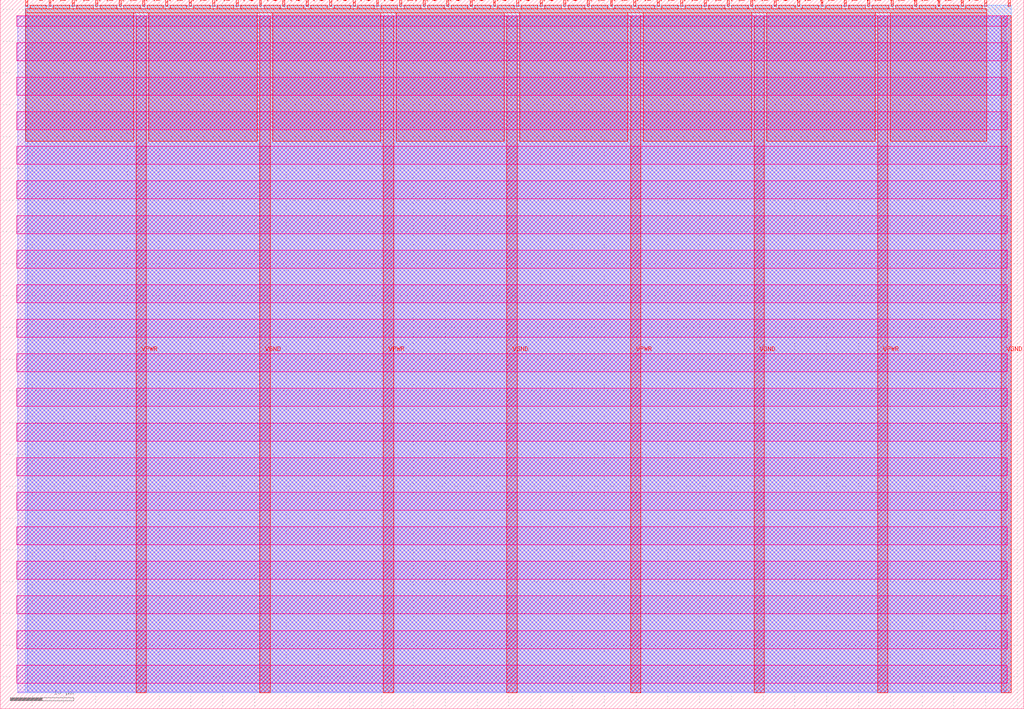
<source format=lef>
VERSION 5.7 ;
  NOWIREEXTENSIONATPIN ON ;
  DIVIDERCHAR "/" ;
  BUSBITCHARS "[]" ;
MACRO tt_um_pyamnihc_dummy_counter
  CLASS BLOCK ;
  FOREIGN tt_um_pyamnihc_dummy_counter ;
  ORIGIN 0.000 0.000 ;
  SIZE 161.000 BY 111.520 ;
  PIN VGND
    DIRECTION INOUT ;
    USE GROUND ;
    PORT
      LAYER met4 ;
        RECT 40.830 2.480 42.430 109.040 ;
    END
    PORT
      LAYER met4 ;
        RECT 79.700 2.480 81.300 109.040 ;
    END
    PORT
      LAYER met4 ;
        RECT 118.570 2.480 120.170 109.040 ;
    END
    PORT
      LAYER met4 ;
        RECT 157.440 2.480 159.040 109.040 ;
    END
  END VGND
  PIN VPWR
    DIRECTION INOUT ;
    USE POWER ;
    PORT
      LAYER met4 ;
        RECT 21.395 2.480 22.995 109.040 ;
    END
    PORT
      LAYER met4 ;
        RECT 60.265 2.480 61.865 109.040 ;
    END
    PORT
      LAYER met4 ;
        RECT 99.135 2.480 100.735 109.040 ;
    END
    PORT
      LAYER met4 ;
        RECT 138.005 2.480 139.605 109.040 ;
    END
  END VPWR
  PIN clk
    DIRECTION INPUT ;
    USE SIGNAL ;
    ANTENNAGATEAREA 0.852000 ;
    PORT
      LAYER met4 ;
        RECT 154.870 110.520 155.170 111.520 ;
    END
  END clk
  PIN ena
    DIRECTION INPUT ;
    USE SIGNAL ;
    PORT
      LAYER met4 ;
        RECT 158.550 110.520 158.850 111.520 ;
    END
  END ena
  PIN rst_n
    DIRECTION INPUT ;
    USE SIGNAL ;
    ANTENNAGATEAREA 0.126000 ;
    PORT
      LAYER met4 ;
        RECT 151.190 110.520 151.490 111.520 ;
    END
  END rst_n
  PIN ui_in[0]
    DIRECTION INPUT ;
    USE SIGNAL ;
    ANTENNAGATEAREA 0.196500 ;
    PORT
      LAYER met4 ;
        RECT 147.510 110.520 147.810 111.520 ;
    END
  END ui_in[0]
  PIN ui_in[1]
    DIRECTION INPUT ;
    USE SIGNAL ;
    ANTENNAGATEAREA 0.213000 ;
    PORT
      LAYER met4 ;
        RECT 143.830 110.520 144.130 111.520 ;
    END
  END ui_in[1]
  PIN ui_in[2]
    DIRECTION INPUT ;
    USE SIGNAL ;
    ANTENNAGATEAREA 0.196500 ;
    PORT
      LAYER met4 ;
        RECT 140.150 110.520 140.450 111.520 ;
    END
  END ui_in[2]
  PIN ui_in[3]
    DIRECTION INPUT ;
    USE SIGNAL ;
    ANTENNAGATEAREA 0.213000 ;
    PORT
      LAYER met4 ;
        RECT 136.470 110.520 136.770 111.520 ;
    END
  END ui_in[3]
  PIN ui_in[4]
    DIRECTION INPUT ;
    USE SIGNAL ;
    ANTENNAGATEAREA 0.126000 ;
    PORT
      LAYER met4 ;
        RECT 132.790 110.520 133.090 111.520 ;
    END
  END ui_in[4]
  PIN ui_in[5]
    DIRECTION INPUT ;
    USE SIGNAL ;
    ANTENNAGATEAREA 0.196500 ;
    PORT
      LAYER met4 ;
        RECT 129.110 110.520 129.410 111.520 ;
    END
  END ui_in[5]
  PIN ui_in[6]
    DIRECTION INPUT ;
    USE SIGNAL ;
    ANTENNAGATEAREA 0.213000 ;
    PORT
      LAYER met4 ;
        RECT 125.430 110.520 125.730 111.520 ;
    END
  END ui_in[6]
  PIN ui_in[7]
    DIRECTION INPUT ;
    USE SIGNAL ;
    ANTENNAGATEAREA 0.196500 ;
    PORT
      LAYER met4 ;
        RECT 121.750 110.520 122.050 111.520 ;
    END
  END ui_in[7]
  PIN uio_in[0]
    DIRECTION INPUT ;
    USE SIGNAL ;
    PORT
      LAYER met4 ;
        RECT 118.070 110.520 118.370 111.520 ;
    END
  END uio_in[0]
  PIN uio_in[1]
    DIRECTION INPUT ;
    USE SIGNAL ;
    PORT
      LAYER met4 ;
        RECT 114.390 110.520 114.690 111.520 ;
    END
  END uio_in[1]
  PIN uio_in[2]
    DIRECTION INPUT ;
    USE SIGNAL ;
    PORT
      LAYER met4 ;
        RECT 110.710 110.520 111.010 111.520 ;
    END
  END uio_in[2]
  PIN uio_in[3]
    DIRECTION INPUT ;
    USE SIGNAL ;
    PORT
      LAYER met4 ;
        RECT 107.030 110.520 107.330 111.520 ;
    END
  END uio_in[3]
  PIN uio_in[4]
    DIRECTION INPUT ;
    USE SIGNAL ;
    PORT
      LAYER met4 ;
        RECT 103.350 110.520 103.650 111.520 ;
    END
  END uio_in[4]
  PIN uio_in[5]
    DIRECTION INPUT ;
    USE SIGNAL ;
    PORT
      LAYER met4 ;
        RECT 99.670 110.520 99.970 111.520 ;
    END
  END uio_in[5]
  PIN uio_in[6]
    DIRECTION INPUT ;
    USE SIGNAL ;
    PORT
      LAYER met4 ;
        RECT 95.990 110.520 96.290 111.520 ;
    END
  END uio_in[6]
  PIN uio_in[7]
    DIRECTION INPUT ;
    USE SIGNAL ;
    PORT
      LAYER met4 ;
        RECT 92.310 110.520 92.610 111.520 ;
    END
  END uio_in[7]
  PIN uio_oe[0]
    DIRECTION OUTPUT TRISTATE ;
    USE SIGNAL ;
    PORT
      LAYER met4 ;
        RECT 29.750 110.520 30.050 111.520 ;
    END
  END uio_oe[0]
  PIN uio_oe[1]
    DIRECTION OUTPUT TRISTATE ;
    USE SIGNAL ;
    PORT
      LAYER met4 ;
        RECT 26.070 110.520 26.370 111.520 ;
    END
  END uio_oe[1]
  PIN uio_oe[2]
    DIRECTION OUTPUT TRISTATE ;
    USE SIGNAL ;
    PORT
      LAYER met4 ;
        RECT 22.390 110.520 22.690 111.520 ;
    END
  END uio_oe[2]
  PIN uio_oe[3]
    DIRECTION OUTPUT TRISTATE ;
    USE SIGNAL ;
    PORT
      LAYER met4 ;
        RECT 18.710 110.520 19.010 111.520 ;
    END
  END uio_oe[3]
  PIN uio_oe[4]
    DIRECTION OUTPUT TRISTATE ;
    USE SIGNAL ;
    PORT
      LAYER met4 ;
        RECT 15.030 110.520 15.330 111.520 ;
    END
  END uio_oe[4]
  PIN uio_oe[5]
    DIRECTION OUTPUT TRISTATE ;
    USE SIGNAL ;
    PORT
      LAYER met4 ;
        RECT 11.350 110.520 11.650 111.520 ;
    END
  END uio_oe[5]
  PIN uio_oe[6]
    DIRECTION OUTPUT TRISTATE ;
    USE SIGNAL ;
    PORT
      LAYER met4 ;
        RECT 7.670 110.520 7.970 111.520 ;
    END
  END uio_oe[6]
  PIN uio_oe[7]
    DIRECTION OUTPUT TRISTATE ;
    USE SIGNAL ;
    PORT
      LAYER met4 ;
        RECT 3.990 110.520 4.290 111.520 ;
    END
  END uio_oe[7]
  PIN uio_out[0]
    DIRECTION OUTPUT TRISTATE ;
    USE SIGNAL ;
    ANTENNADIFFAREA 0.891000 ;
    PORT
      LAYER met4 ;
        RECT 59.190 110.520 59.490 111.520 ;
    END
  END uio_out[0]
  PIN uio_out[1]
    DIRECTION OUTPUT TRISTATE ;
    USE SIGNAL ;
    ANTENNADIFFAREA 0.891000 ;
    PORT
      LAYER met4 ;
        RECT 55.510 110.520 55.810 111.520 ;
    END
  END uio_out[1]
  PIN uio_out[2]
    DIRECTION OUTPUT TRISTATE ;
    USE SIGNAL ;
    ANTENNADIFFAREA 0.891000 ;
    PORT
      LAYER met4 ;
        RECT 51.830 110.520 52.130 111.520 ;
    END
  END uio_out[2]
  PIN uio_out[3]
    DIRECTION OUTPUT TRISTATE ;
    USE SIGNAL ;
    ANTENNADIFFAREA 0.891000 ;
    PORT
      LAYER met4 ;
        RECT 48.150 110.520 48.450 111.520 ;
    END
  END uio_out[3]
  PIN uio_out[4]
    DIRECTION OUTPUT TRISTATE ;
    USE SIGNAL ;
    ANTENNADIFFAREA 0.891000 ;
    PORT
      LAYER met4 ;
        RECT 44.470 110.520 44.770 111.520 ;
    END
  END uio_out[4]
  PIN uio_out[5]
    DIRECTION OUTPUT TRISTATE ;
    USE SIGNAL ;
    ANTENNADIFFAREA 0.891000 ;
    PORT
      LAYER met4 ;
        RECT 40.790 110.520 41.090 111.520 ;
    END
  END uio_out[5]
  PIN uio_out[6]
    DIRECTION OUTPUT TRISTATE ;
    USE SIGNAL ;
    ANTENNADIFFAREA 0.891000 ;
    PORT
      LAYER met4 ;
        RECT 37.110 110.520 37.410 111.520 ;
    END
  END uio_out[6]
  PIN uio_out[7]
    DIRECTION OUTPUT TRISTATE ;
    USE SIGNAL ;
    ANTENNADIFFAREA 0.891000 ;
    PORT
      LAYER met4 ;
        RECT 33.430 110.520 33.730 111.520 ;
    END
  END uio_out[7]
  PIN uo_out[0]
    DIRECTION OUTPUT TRISTATE ;
    USE SIGNAL ;
    ANTENNADIFFAREA 1.484000 ;
    PORT
      LAYER met4 ;
        RECT 88.630 110.520 88.930 111.520 ;
    END
  END uo_out[0]
  PIN uo_out[1]
    DIRECTION OUTPUT TRISTATE ;
    USE SIGNAL ;
    ANTENNADIFFAREA 0.891000 ;
    PORT
      LAYER met4 ;
        RECT 84.950 110.520 85.250 111.520 ;
    END
  END uo_out[1]
  PIN uo_out[2]
    DIRECTION OUTPUT TRISTATE ;
    USE SIGNAL ;
    ANTENNADIFFAREA 0.795200 ;
    PORT
      LAYER met4 ;
        RECT 81.270 110.520 81.570 111.520 ;
    END
  END uo_out[2]
  PIN uo_out[3]
    DIRECTION OUTPUT TRISTATE ;
    USE SIGNAL ;
    ANTENNADIFFAREA 0.891000 ;
    PORT
      LAYER met4 ;
        RECT 77.590 110.520 77.890 111.520 ;
    END
  END uo_out[3]
  PIN uo_out[4]
    DIRECTION OUTPUT TRISTATE ;
    USE SIGNAL ;
    ANTENNADIFFAREA 0.891000 ;
    PORT
      LAYER met4 ;
        RECT 73.910 110.520 74.210 111.520 ;
    END
  END uo_out[4]
  PIN uo_out[5]
    DIRECTION OUTPUT TRISTATE ;
    USE SIGNAL ;
    ANTENNADIFFAREA 1.683800 ;
    PORT
      LAYER met4 ;
        RECT 70.230 110.520 70.530 111.520 ;
    END
  END uo_out[5]
  PIN uo_out[6]
    DIRECTION OUTPUT TRISTATE ;
    USE SIGNAL ;
    ANTENNADIFFAREA 0.462000 ;
    PORT
      LAYER met4 ;
        RECT 66.550 110.520 66.850 111.520 ;
    END
  END uo_out[6]
  PIN uo_out[7]
    DIRECTION OUTPUT TRISTATE ;
    USE SIGNAL ;
    ANTENNADIFFAREA 1.288000 ;
    PORT
      LAYER met4 ;
        RECT 62.870 110.520 63.170 111.520 ;
    END
  END uo_out[7]
  OBS
      LAYER nwell ;
        RECT 2.570 107.385 158.430 108.990 ;
        RECT 2.570 101.945 158.430 104.775 ;
        RECT 2.570 96.505 158.430 99.335 ;
        RECT 2.570 91.065 158.430 93.895 ;
        RECT 2.570 85.625 158.430 88.455 ;
        RECT 2.570 80.185 158.430 83.015 ;
        RECT 2.570 74.745 158.430 77.575 ;
        RECT 2.570 69.305 158.430 72.135 ;
        RECT 2.570 63.865 158.430 66.695 ;
        RECT 2.570 58.425 158.430 61.255 ;
        RECT 2.570 52.985 158.430 55.815 ;
        RECT 2.570 47.545 158.430 50.375 ;
        RECT 2.570 42.105 158.430 44.935 ;
        RECT 2.570 36.665 158.430 39.495 ;
        RECT 2.570 31.225 158.430 34.055 ;
        RECT 2.570 25.785 158.430 28.615 ;
        RECT 2.570 20.345 158.430 23.175 ;
        RECT 2.570 14.905 158.430 17.735 ;
        RECT 2.570 9.465 158.430 12.295 ;
        RECT 2.570 4.025 158.430 6.855 ;
      LAYER li1 ;
        RECT 2.760 2.635 158.240 108.885 ;
      LAYER met1 ;
        RECT 2.760 2.480 159.040 109.040 ;
      LAYER met2 ;
        RECT 4.230 2.535 159.010 110.685 ;
      LAYER met3 ;
        RECT 3.950 2.555 159.030 110.665 ;
      LAYER met4 ;
        RECT 4.690 110.120 7.270 110.665 ;
        RECT 8.370 110.120 10.950 110.665 ;
        RECT 12.050 110.120 14.630 110.665 ;
        RECT 15.730 110.120 18.310 110.665 ;
        RECT 19.410 110.120 21.990 110.665 ;
        RECT 23.090 110.120 25.670 110.665 ;
        RECT 26.770 110.120 29.350 110.665 ;
        RECT 30.450 110.120 33.030 110.665 ;
        RECT 34.130 110.120 36.710 110.665 ;
        RECT 37.810 110.120 40.390 110.665 ;
        RECT 41.490 110.120 44.070 110.665 ;
        RECT 45.170 110.120 47.750 110.665 ;
        RECT 48.850 110.120 51.430 110.665 ;
        RECT 52.530 110.120 55.110 110.665 ;
        RECT 56.210 110.120 58.790 110.665 ;
        RECT 59.890 110.120 62.470 110.665 ;
        RECT 63.570 110.120 66.150 110.665 ;
        RECT 67.250 110.120 69.830 110.665 ;
        RECT 70.930 110.120 73.510 110.665 ;
        RECT 74.610 110.120 77.190 110.665 ;
        RECT 78.290 110.120 80.870 110.665 ;
        RECT 81.970 110.120 84.550 110.665 ;
        RECT 85.650 110.120 88.230 110.665 ;
        RECT 89.330 110.120 91.910 110.665 ;
        RECT 93.010 110.120 95.590 110.665 ;
        RECT 96.690 110.120 99.270 110.665 ;
        RECT 100.370 110.120 102.950 110.665 ;
        RECT 104.050 110.120 106.630 110.665 ;
        RECT 107.730 110.120 110.310 110.665 ;
        RECT 111.410 110.120 113.990 110.665 ;
        RECT 115.090 110.120 117.670 110.665 ;
        RECT 118.770 110.120 121.350 110.665 ;
        RECT 122.450 110.120 125.030 110.665 ;
        RECT 126.130 110.120 128.710 110.665 ;
        RECT 129.810 110.120 132.390 110.665 ;
        RECT 133.490 110.120 136.070 110.665 ;
        RECT 137.170 110.120 139.750 110.665 ;
        RECT 140.850 110.120 143.430 110.665 ;
        RECT 144.530 110.120 147.110 110.665 ;
        RECT 148.210 110.120 150.790 110.665 ;
        RECT 151.890 110.120 154.470 110.665 ;
        RECT 3.975 109.440 155.185 110.120 ;
        RECT 3.975 89.255 20.995 109.440 ;
        RECT 23.395 89.255 40.430 109.440 ;
        RECT 42.830 89.255 59.865 109.440 ;
        RECT 62.265 89.255 79.300 109.440 ;
        RECT 81.700 89.255 98.735 109.440 ;
        RECT 101.135 89.255 118.170 109.440 ;
        RECT 120.570 89.255 137.605 109.440 ;
        RECT 140.005 89.255 155.185 109.440 ;
  END
END tt_um_pyamnihc_dummy_counter
END LIBRARY


</source>
